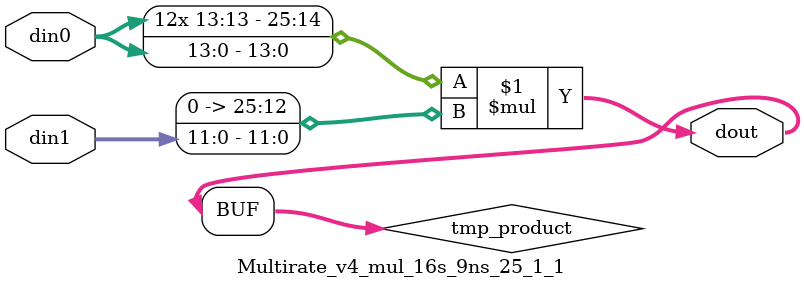
<source format=v>

`timescale 1 ns / 1 ps

 module Multirate_v4_mul_16s_9ns_25_1_1(din0, din1, dout);
parameter ID = 1;
parameter NUM_STAGE = 0;
parameter din0_WIDTH = 14;
parameter din1_WIDTH = 12;
parameter dout_WIDTH = 26;

input [din0_WIDTH - 1 : 0] din0; 
input [din1_WIDTH - 1 : 0] din1; 
output [dout_WIDTH - 1 : 0] dout;

wire signed [dout_WIDTH - 1 : 0] tmp_product;


























assign tmp_product = $signed(din0) * $signed({1'b0, din1});









assign dout = tmp_product;





















endmodule

</source>
